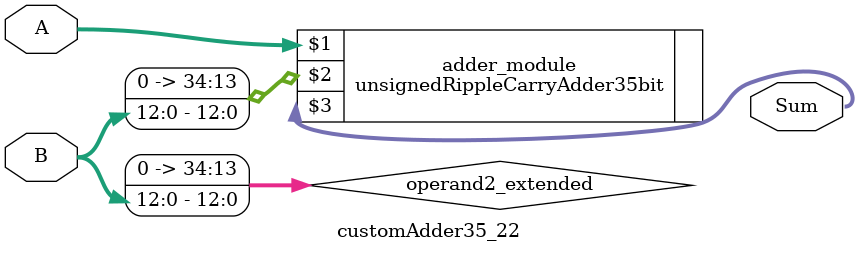
<source format=v>
module customAdder35_22(
                        input [34 : 0] A,
                        input [12 : 0] B,
                        
                        output [35 : 0] Sum
                );

        wire [34 : 0] operand2_extended;
        
        assign operand2_extended =  {22'b0, B};
        
        unsignedRippleCarryAdder35bit adder_module(
            A,
            operand2_extended,
            Sum
        );
        
        endmodule
        
</source>
